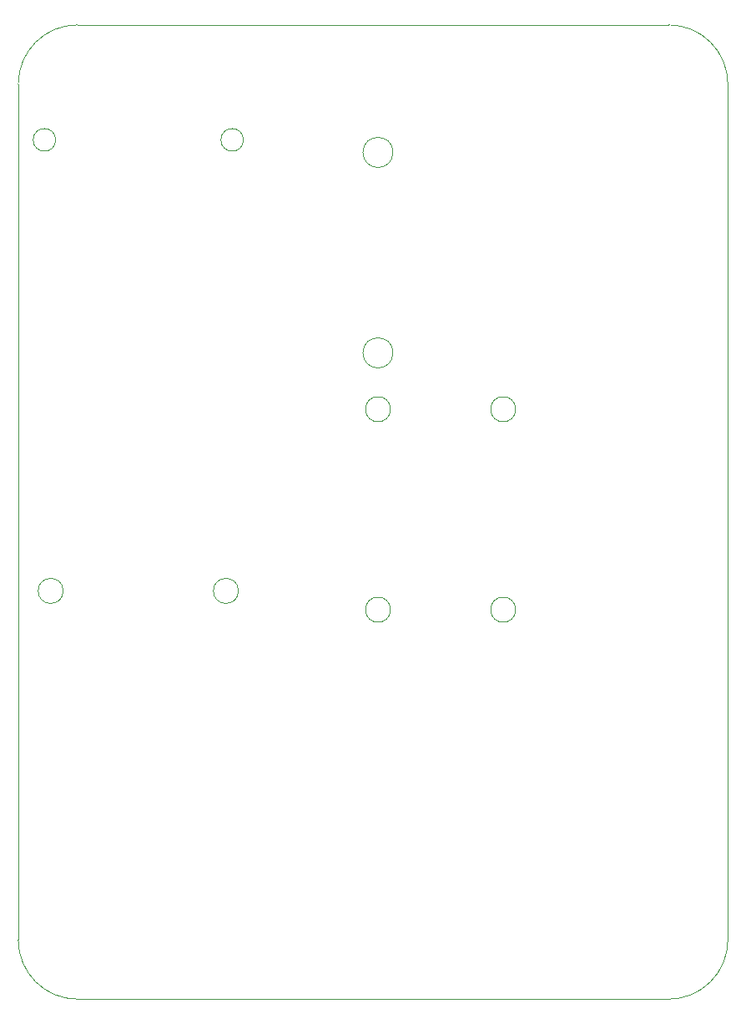
<source format=gbr>
%TF.GenerationSoftware,KiCad,Pcbnew,(6.0.5-0)*%
%TF.CreationDate,2022-10-17T18:29:33-07:00*%
%TF.ProjectId,Pioneer Controller,50696f6e-6565-4722-9043-6f6e74726f6c,rev?*%
%TF.SameCoordinates,Original*%
%TF.FileFunction,Profile,NP*%
%FSLAX46Y46*%
G04 Gerber Fmt 4.6, Leading zero omitted, Abs format (unit mm)*
G04 Created by KiCad (PCBNEW (6.0.5-0)) date 2022-10-17 18:29:33*
%MOMM*%
%LPD*%
G01*
G04 APERTURE LIST*
%TA.AperFunction,Profile*%
%ADD10C,0.100000*%
%TD*%
%TA.AperFunction,Profile*%
%ADD11C,0.120000*%
%TD*%
G04 APERTURE END LIST*
D10*
X101000000Y-28000000D02*
G75*
G03*
X95000000Y-22000000I-6000000J0D01*
G01*
X35000000Y-120757359D02*
X95000000Y-120757359D01*
X101000000Y-114757359D02*
X101000000Y-28000000D01*
X95000000Y-120757360D02*
G75*
G03*
X101000000Y-114757359I0J6000000D01*
G01*
X35000000Y-22000000D02*
X95000000Y-22000000D01*
X35000000Y-22000000D02*
G75*
G03*
X29000000Y-28000000I0J-6000000D01*
G01*
X29000000Y-28000000D02*
X29000000Y-114757359D01*
X29000041Y-114757359D02*
G75*
G03*
X35000000Y-120757359I5999959J-41D01*
G01*
D11*
%TO.C,U1*%
X32798000Y-33655000D02*
G75*
G03*
X32798000Y-33655000I-1143000J0D01*
G01*
X51848000Y-33655000D02*
G75*
G03*
X51848000Y-33655000I-1143000J0D01*
G01*
X33560000Y-79375000D02*
G75*
G03*
X33560000Y-79375000I-1270000J0D01*
G01*
X51340000Y-79375000D02*
G75*
G03*
X51340000Y-79375000I-1270000J0D01*
G01*
%TO.C,U5*%
X66770000Y-60960000D02*
G75*
G03*
X66770000Y-60960000I-1270000J0D01*
G01*
X79470000Y-81280000D02*
G75*
G03*
X79470000Y-81280000I-1270000J0D01*
G01*
X66770000Y-81280000D02*
G75*
G03*
X66770000Y-81280000I-1270000J0D01*
G01*
X79470000Y-60960000D02*
G75*
G03*
X79470000Y-60960000I-1270000J0D01*
G01*
%TO.C,U3*%
X67024000Y-34925000D02*
G75*
G03*
X67024000Y-34925000I-1524000J0D01*
G01*
X67024000Y-55245000D02*
G75*
G03*
X67024000Y-55245000I-1524000J0D01*
G01*
%TD*%
M02*

</source>
